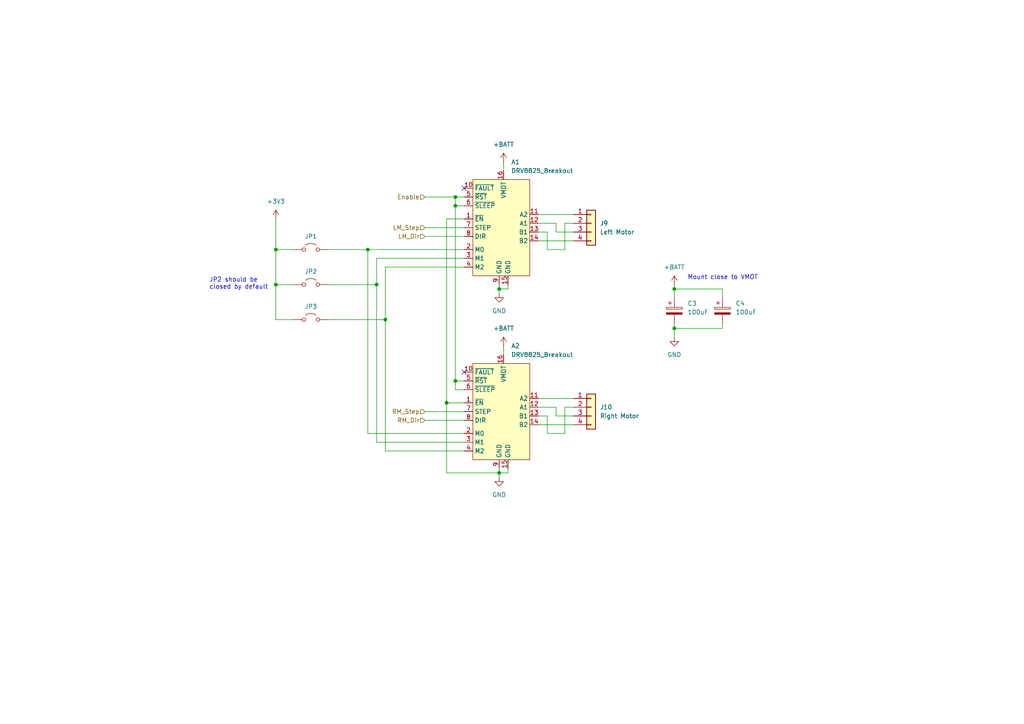
<source format=kicad_sch>
(kicad_sch (version 20231120) (generator "eeschema") (generator_version "8.0")
  (paper "A4")
  (title_block (title "Valiant Turtle 2 - NEMA 17 Drivers") (date "2024-09-27") (rev "1_1") (company "https://www.waitingforfriday.com") (comment 1 "(c) 2024 Simon Inns") (comment 2 "License: Attribution-ShareAlike 4.0 International (CC BY-SA 4.0)"))
  (lib_symbols
    (symbol "Connector_Generic:Conn_01x04" (pin_names (offset 1.016) hide)
      (property "Reference" "J" (at 0 5.08 0))
      (property "Value" "Conn_01x04" (at 0 -7.62 0))
      (symbol "Conn_01x04_1_1"
        (rectangle (start -1.27 -4.953) (end 0 -5.207) (stroke (width 0.1524)))
        (rectangle (start -1.27 -2.413) (end 0 -2.667) (stroke (width 0.1524)))
        (rectangle (start -1.27 0.127) (end 0 -0.127) (stroke (width 0.1524)))
        (rectangle (start -1.27 2.667) (end 0 2.413) (stroke (width 0.1524)))
        (rectangle (start -1.27 3.81) (end 1.27 -6.35) (stroke (width 0.254)) (fill (type background)))
        (pin passive line (at -5.08 2.54 0) (length 3.81) (name "Pin_1") (number "1"))
        (pin passive line (at -5.08 0 0) (length 3.81) (name "Pin_2") (number "2"))
        (pin passive line (at -5.08 -2.54 0) (length 3.81) (name "Pin_3") (number "3"))
        (pin passive line (at -5.08 -5.08 0) (length 3.81) (name "Pin_4") (number "4"))
      )
    )
    (symbol "DRV8825_Breakout_1"
      (property "Reference" "A" (at 3.81 17.78 0))
      (property "Value" "DRV8825_Breakout" (at 11.43 15.24 0))
      (symbol "DRV8825_Breakout_1_1_1"
        (rectangle (start -8.89 13.97) (end 7.62 -13.97) (fill (type background)))
        (pin input line (at -11.43 2.54 0) (length 2.54) (name "~{EN}") (number "1"))
        (pin output line (at -11.43 11.43 0) (length 2.54) (name "~{FAULT}") (number "10"))
        (pin output line (at 10.16 3.81 180) (length 2.54) (name "A2") (number "11"))
        (pin output line (at 10.16 1.27 180) (length 2.54) (name "A1") (number "12"))
        (pin output line (at 10.16 -1.27 180) (length 2.54) (name "B1") (number "13"))
        (pin output line (at 10.16 -3.81 180) (length 2.54) (name "B2") (number "14"))
        (pin power_in line (at 1.27 -16.51 90) (length 2.54) (name "GND") (number "15"))
        (pin power_in line (at 0 16.51 270) (length 2.54) (name "VMOT") (number "16"))
        (pin input line (at -11.43 -6.35 0) (length 2.54) (name "M0") (number "2"))
        (pin input line (at -11.43 -8.89 0) (length 2.54) (name "M1") (number "3"))
        (pin input line (at -11.43 -11.43 0) (length 2.54) (name "M2") (number "4"))
        (pin input line (at -11.43 8.89 0) (length 2.54) (name "~{RST}") (number "5"))
        (pin input line (at -11.43 6.35 0) (length 2.54) (name "~{SLEEP}") (number "6"))
        (pin input line (at -11.43 0 0) (length 2.54) (name "STEP") (number "7"))
        (pin input line (at -11.43 -2.54 0) (length 2.54) (name "DIR") (number "8"))
        (pin power_in line (at -1.27 -16.51 90) (length 2.54) (name "GND") (number "9"))
      )
    )
    (symbol "Device:C_Polarized" (pin_numbers hide) (pin_names (offset 0.254))
      (property "Reference" "C" (at 0.635 2.54 0))
      (property "Value" "C_Polarized" (at 0.635 -2.54 0))
      (symbol "C_Polarized_0_1"
        (rectangle (start -2.286 0.508) (end 2.286 1.016))
        (polyline (pts (xy -1.778 2.286) (xy -0.762 2.286)))
        (polyline (pts (xy -1.27 2.794) (xy -1.27 1.778)))
        (rectangle (start 2.286 -0.508) (end -2.286 -1.016) (fill (type outline)))
      )
      (symbol "C_Polarized_1_1"
        (pin passive line (at 0 3.81 270) (length 2.794) (name "~") (number "1"))
        (pin passive line (at 0 -3.81 90) (length 2.794) (name "~") (number "2"))
      )
    )
    (symbol "Jumper:Jumper_2_Open" (pin_numbers hide) (pin_names (offset 0) hide) (exclude_from_sim yes)
      (property "Reference" "JP" (at 0 2.794 0))
      (property "Value" "Jumper_2_Open" (at 0 -2.286 0))
      (symbol "Jumper_2_Open_0_0"
        (circle (center -2.032 0) (radius 0.508))
        (circle (center 2.032 0) (radius 0.508))
      )
      (symbol "Jumper_2_Open_0_1"
        (arc (start 1.524 1.27) (mid 0 1.778) (end -1.524 1.27))
      )
      (symbol "Jumper_2_Open_1_1"
        (pin passive line (at -5.08 0 0) (length 2.54) (name "A") (number "1"))
        (pin passive line (at 5.08 0 180) (length 2.54) (name "B") (number "2"))
      )
    )
    (symbol "drv8825:DRV8825_Breakout"
      (property "Reference" "A" (at 3.81 17.78 0))
      (property "Value" "DRV8825_Breakout" (at 11.43 15.24 0))
      (symbol "DRV8825_Breakout_1_1"
        (rectangle (start -8.89 13.97) (end 7.62 -13.97) (fill (type background)))
        (pin input line (at -11.43 2.54 0) (length 2.54) (name "~{EN}") (number "1"))
        (pin output line (at -11.43 11.43 0) (length 2.54) (name "~{FAULT}") (number "10"))
        (pin output line (at 10.16 3.81 180) (length 2.54) (name "A2") (number "11"))
        (pin output line (at 10.16 1.27 180) (length 2.54) (name "A1") (number "12"))
        (pin output line (at 10.16 -1.27 180) (length 2.54) (name "B1") (number "13"))
        (pin output line (at 10.16 -3.81 180) (length 2.54) (name "B2") (number "14"))
        (pin power_in line (at 1.27 -16.51 90) (length 2.54) (name "GND") (number "15"))
        (pin power_in line (at 0 16.51 270) (length 2.54) (name "VMOT") (number "16"))
        (pin input line (at -11.43 -6.35 0) (length 2.54) (name "M0") (number "2"))
        (pin input line (at -11.43 -8.89 0) (length 2.54) (name "M1") (number "3"))
        (pin input line (at -11.43 -11.43 0) (length 2.54) (name "M2") (number "4"))
        (pin input line (at -11.43 8.89 0) (length 2.54) (name "~{RST}") (number "5"))
        (pin input line (at -11.43 6.35 0) (length 2.54) (name "~{SLEEP}") (number "6"))
        (pin input line (at -11.43 0 0) (length 2.54) (name "STEP") (number "7"))
        (pin input line (at -11.43 -2.54 0) (length 2.54) (name "DIR") (number "8"))
        (pin power_in line (at -1.27 -16.51 90) (length 2.54) (name "GND") (number "9"))
      )
    )
    (symbol "power:+3V3" (power) (pin_names (offset 0))
      (property "Value" "+3V3" (at 0 3.556 0))
      (symbol "+3V3_0_1"
        (polyline (pts (xy -0.762 1.27) (xy 0 2.54)))
        (polyline (pts (xy 0 0) (xy 0 2.54)))
        (polyline (pts (xy 0 2.54) (xy 0.762 1.27)))
      )
      (symbol "+3V3_1_1"
        (pin power_in line (at 0 0 90) (length 0) hide (name "+3V3") (number "1"))
      )
    )
    (symbol "power:+BATT" (power) (pin_numbers hide) (pin_names (offset 0) hide)
      (property "Value" "+BATT" (at 0 3.556 0))
      (symbol "+BATT_0_1"
        (polyline (pts (xy -0.762 1.27) (xy 0 2.54)))
        (polyline (pts (xy 0 0) (xy 0 2.54)))
        (polyline (pts (xy 0 2.54) (xy 0.762 1.27)))
      )
      (symbol "+BATT_1_1"
        (pin power_in line (at 0 0 90) (length 0) (name "~") (number "1"))
      )
    )
    (symbol "power:GND" (power) (pin_names (offset 0))
      (property "Value" "GND" (at 0 -3.81 0))
      (symbol "GND_0_1"
        (polyline (pts (xy 0 0) (xy 0 -1.27) (xy 1.27 -1.27) (xy 0 -2.54) (xy -1.27 -1.27) (xy 0 -1.27)))
      )
      (symbol "GND_1_1"
        (pin power_in line (at 0 0 270) (length 0) hide (name "GND") (number "1"))
      )
    )
  )
  (junction (at 80.01 82.55))
  (junction (at 129.54 116.84))
  (junction (at 132.08 57.15))
  (junction (at 195.58 95.25))
  (junction (at 144.78 137.16))
  (junction (at 111.76 92.71))
  (junction (at 106.68 72.39))
  (junction (at 144.78 83.82))
  (junction (at 195.58 83.82))
  (junction (at 109.22 82.55))
  (junction (at 132.08 110.49))
  (junction (at 132.08 59.69))
  (junction (at 80.01 72.39))
  (no_connect (at 134.62 107.95))
  (no_connect (at 134.62 54.61))
  (wire (pts (xy 156.21 64.77) (xy 161.29 64.77)))
  (wire (pts (xy 134.62 63.5) (xy 129.54 63.5)))
  (wire (pts (xy 209.55 93.98) (xy 209.55 95.25)))
  (wire (pts (xy 129.54 116.84) (xy 134.62 116.84)))
  (wire (pts (xy 129.54 63.5) (xy 129.54 116.84)))
  (wire (pts (xy 134.62 113.03) (xy 132.08 113.03)))
  (wire (pts (xy 111.76 77.47) (xy 111.76 92.71)))
  (wire (pts (xy 129.54 116.84) (xy 129.54 137.16)))
  (wire (pts (xy 146.05 100.33) (xy 146.05 102.87)))
  (wire (pts (xy 132.08 59.69) (xy 134.62 59.69)))
  (wire (pts (xy 144.78 137.16) (xy 144.78 138.43)))
  (wire (pts (xy 163.83 64.77) (xy 166.37 64.77)))
  (wire (pts (xy 158.75 125.73) (xy 163.83 125.73)))
  (wire (pts (xy 195.58 95.25) (xy 195.58 97.79)))
  (wire (pts (xy 161.29 64.77) (xy 161.29 67.31)))
  (wire (pts (xy 95.25 92.71) (xy 111.76 92.71)))
  (wire (pts (xy 209.55 83.82) (xy 195.58 83.82)))
  (wire (pts (xy 111.76 130.81) (xy 134.62 130.81)))
  (wire (pts (xy 209.55 86.36) (xy 209.55 83.82)))
  (wire (pts (xy 80.01 63.5) (xy 80.01 72.39)))
  (wire (pts (xy 156.21 118.11) (xy 161.29 118.11)))
  (wire (pts (xy 109.22 128.27) (xy 134.62 128.27)))
  (wire (pts (xy 80.01 82.55) (xy 80.01 92.71)))
  (wire (pts (xy 195.58 82.55) (xy 195.58 83.82)))
  (wire (pts (xy 111.76 92.71) (xy 111.76 130.81)))
  (wire (pts (xy 163.83 118.11) (xy 166.37 118.11)))
  (wire (pts (xy 123.19 119.38) (xy 134.62 119.38)))
  (wire (pts (xy 144.78 83.82) (xy 144.78 85.09)))
  (wire (pts (xy 156.21 67.31) (xy 158.75 67.31)))
  (wire (pts (xy 80.01 82.55) (xy 85.09 82.55)))
  (wire (pts (xy 163.83 72.39) (xy 163.83 64.77)))
  (wire (pts (xy 132.08 57.15) (xy 134.62 57.15)))
  (wire (pts (xy 158.75 72.39) (xy 163.83 72.39)))
  (wire (pts (xy 158.75 120.65) (xy 158.75 125.73)))
  (wire (pts (xy 80.01 72.39) (xy 80.01 82.55)))
  (wire (pts (xy 109.22 74.93) (xy 134.62 74.93)))
  (wire (pts (xy 156.21 120.65) (xy 158.75 120.65)))
  (wire (pts (xy 129.54 137.16) (xy 144.78 137.16)))
  (wire (pts (xy 146.05 46.99) (xy 146.05 49.53)))
  (wire (pts (xy 123.19 121.92) (xy 134.62 121.92)))
  (wire (pts (xy 147.32 83.82) (xy 144.78 83.82)))
  (wire (pts (xy 195.58 93.98) (xy 195.58 95.25)))
  (wire (pts (xy 111.76 77.47) (xy 134.62 77.47)))
  (wire (pts (xy 95.25 72.39) (xy 106.68 72.39)))
  (wire (pts (xy 156.21 115.57) (xy 166.37 115.57)))
  (wire (pts (xy 209.55 95.25) (xy 195.58 95.25)))
  (wire (pts (xy 156.21 62.23) (xy 166.37 62.23)))
  (wire (pts (xy 106.68 72.39) (xy 106.68 125.73)))
  (wire (pts (xy 132.08 59.69) (xy 132.08 57.15)))
  (wire (pts (xy 161.29 120.65) (xy 166.37 120.65)))
  (wire (pts (xy 109.22 74.93) (xy 109.22 82.55)))
  (wire (pts (xy 156.21 69.85) (xy 166.37 69.85)))
  (wire (pts (xy 147.32 82.55) (xy 147.32 83.82)))
  (wire (pts (xy 85.09 92.71) (xy 80.01 92.71)))
  (wire (pts (xy 144.78 135.89) (xy 144.78 137.16)))
  (wire (pts (xy 147.32 137.16) (xy 144.78 137.16)))
  (wire (pts (xy 80.01 72.39) (xy 85.09 72.39)))
  (wire (pts (xy 161.29 118.11) (xy 161.29 120.65)))
  (wire (pts (xy 195.58 83.82) (xy 195.58 86.36)))
  (wire (pts (xy 109.22 82.55) (xy 109.22 128.27)))
  (wire (pts (xy 106.68 72.39) (xy 134.62 72.39)))
  (wire (pts (xy 161.29 67.31) (xy 166.37 67.31)))
  (wire (pts (xy 123.19 57.15) (xy 132.08 57.15)))
  (wire (pts (xy 95.25 82.55) (xy 109.22 82.55)))
  (wire (pts (xy 132.08 113.03) (xy 132.08 110.49)))
  (wire (pts (xy 147.32 135.89) (xy 147.32 137.16)))
  (wire (pts (xy 132.08 110.49) (xy 134.62 110.49)))
  (wire (pts (xy 156.21 123.19) (xy 166.37 123.19)))
  (wire (pts (xy 123.19 66.04) (xy 134.62 66.04)))
  (wire (pts (xy 158.75 67.31) (xy 158.75 72.39)))
  (wire (pts (xy 123.19 68.58) (xy 134.62 68.58)))
  (wire (pts (xy 144.78 82.55) (xy 144.78 83.82)))
  (wire (pts (xy 163.83 125.73) (xy 163.83 118.11)))
  (wire (pts (xy 132.08 110.49) (xy 132.08 59.69)))
  (wire (pts (xy 106.68 125.73) (xy 134.62 125.73)))
  (text "Mount close to VMOT" (at 199.39 81.28 0) (effects (font (size 1.27 1.27)) (justify left bottom)))
  (text "JP2 should be\nclosed by default" (at 60.706 82.296 0) (effects (font (size 1.27 1.27)) (justify left)))
  (hierarchical_label "LM_Step" (shape input) (at 123.19 66.04 180))
  (hierarchical_label "Enable" (shape input) (at 123.19 57.15 180))
  (hierarchical_label "RM_Step" (shape input) (at 123.19 119.38 180))
  (hierarchical_label "LM_Dir" (shape input) (at 123.19 68.58 180))
  (hierarchical_label "RM_Dir" (shape input) (at 123.19 121.92 180))
  (symbol (lib_id "Connector_Generic:Conn_01x04") (at 171.45 118.11 0) (unit 1)
    (property "Reference" "J10" (at 173.99 118.11 0) (effects (justify left)))
    (property "Value" "Right Motor" (at 173.99 120.65 0) (effects (justify left)))
    (property "Footprint" "Connector_JST:JST_XH_B4B-XH-A_1x04_P2.50mm_Vertical" (effects (hide yes)))
  )
  (symbol (lib_id "power:GND") (at 144.78 138.43 0) (unit 1)
    (property "Reference" "#PWR014" (effects (hide yes)))
    (property "Value" "GND" (at 144.78 143.51 0))
  )
  (symbol (lib_name "DRV8825_Breakout_1") (lib_id "drv8825:DRV8825_Breakout") (at 146.05 119.38 0) (unit 1)
    (property "Reference" "A2" (at 148.2441 100.33 0) (effects (justify left)))
    (property "Value" "DRV8825_Breakout" (at 148.2441 102.87 0) (effects (justify left)))
    (property "Footprint" "Module:Pololu_Breakout-16_15.2x20.3mm" (effects (hide yes)))
  )
  (symbol (lib_id "Jumper:Jumper_2_Open") (at 90.17 92.71 0) (unit 1) (exclude_from_sim yes)
    (property "Reference" "JP3" (at 90.17 88.9 0))
    (property "Value" "M2" (effects (hide yes)))
    (property "Description" "Jumper, 2-pole, open" (effects (hide yes)))
  )
  (symbol (lib_id "power:+BATT") (at 195.58 82.55 0) (unit 1)
    (property "Reference" "#PWR015" (effects (hide yes)))
    (property "Value" "+BATT" (at 195.58 77.47 0))
    (property "Description" "Power symbol creates a global label with name \"+BATT\"" (effects (hide yes)))
  )
  (symbol (lib_id "Device:C_Polarized") (at 209.55 90.17 0) (unit 1)
    (property "Reference" "C4" (at 213.36 88.011 0) (effects (justify left)))
    (property "Value" "100uF" (at 213.36 90.551 0) (effects (justify left)))
    (property "Footprint" "Capacitor_SMD:CP_Elec_8x6.2" (effects (hide yes)))
  )
  (symbol (lib_id "power:GND") (at 195.58 97.79 0) (unit 1)
    (property "Reference" "#PWR018" (effects (hide yes)))
    (property "Value" "GND" (at 195.58 102.87 0))
  )
  (symbol (lib_id "Connector_Generic:Conn_01x04") (at 171.45 64.77 0) (unit 1)
    (property "Reference" "J9" (at 173.99 64.77 0) (effects (justify left)))
    (property "Value" "Left Motor" (at 173.99 67.31 0) (effects (justify left)))
    (property "Footprint" "Connector_JST:JST_XH_B4B-XH-A_1x04_P2.50mm_Vertical" (effects (hide yes)))
  )
  (symbol (lib_id "power:+BATT") (at 146.05 100.33 0) (unit 1)
    (property "Reference" "#PWR041" (effects (hide yes)))
    (property "Value" "+BATT" (at 146.05 95.25 0))
    (property "Description" "Power symbol creates a global label with name \"+BATT\"" (effects (hide yes)))
  )
  (symbol (lib_id "Device:C_Polarized") (at 195.58 90.17 0) (unit 1)
    (property "Reference" "C3" (at 199.39 88.011 0) (effects (justify left)))
    (property "Value" "100uF" (at 199.39 90.551 0) (effects (justify left)))
    (property "Footprint" "Capacitor_SMD:CP_Elec_8x6.2" (effects (hide yes)))
  )
  (symbol (lib_id "power:GND") (at 144.78 85.09 0) (unit 1)
    (property "Reference" "#PWR013" (effects (hide yes)))
    (property "Value" "GND" (at 144.78 90.17 0))
  )
  (symbol (lib_id "Jumper:Jumper_2_Open") (at 90.17 72.39 0) (unit 1) (exclude_from_sim yes)
    (property "Reference" "JP1" (at 90.17 68.58 0))
    (property "Value" "M0" (effects (hide yes)))
    (property "Description" "Jumper, 2-pole, open" (effects (hide yes)))
  )
  (symbol (lib_id "drv8825:DRV8825_Breakout") (at 146.05 66.04 0) (unit 1)
    (property "Reference" "A1" (at 148.2441 46.99 0) (effects (justify left)))
    (property "Value" "DRV8825_Breakout" (at 148.2441 49.53 0) (effects (justify left)))
    (property "Footprint" "Module:Pololu_Breakout-16_15.2x20.3mm" (effects (hide yes)))
  )
  (symbol (lib_id "power:+BATT") (at 146.05 46.99 0) (unit 1)
    (property "Reference" "#PWR021" (effects (hide yes)))
    (property "Value" "+BATT" (at 146.05 41.91 0))
    (property "Description" "Power symbol creates a global label with name \"+BATT\"" (effects (hide yes)))
  )
  (symbol (lib_id "Jumper:Jumper_2_Open") (at 90.17 82.55 0) (unit 1) (exclude_from_sim yes)
    (property "Reference" "JP2" (at 90.17 78.74 0))
    (property "Value" "M1" (effects (hide yes)))
    (property "Description" "Jumper, 2-pole, open" (effects (hide yes)))
  )
  (symbol (lib_id "power:+3V3") (at 80.01 63.5 0) (unit 1)
    (property "Reference" "#PWR038" (effects (hide yes)))
    (property "Value" "+3V3" (at 80.01 58.42 0))
  )
)
</source>
